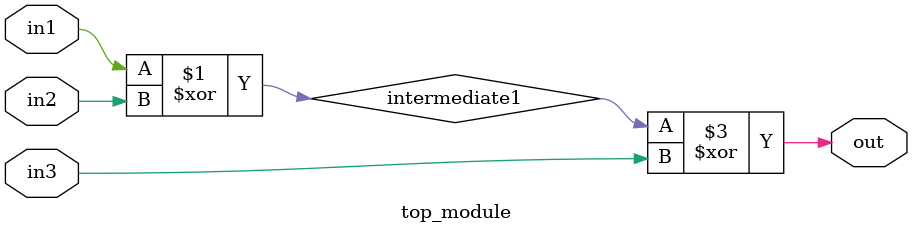
<source format=sv>
module top_module (
    input in1,
    input in2,
    input in3,
    output logic out
);

    // Create intermediate signals for calculations
    logic intermediate1;
    
    // Perform XOR operation on in1 and in2
    assign intermediate1 = in1 ^ in2;
    
    // Perform bitwise NOT operation on intermediate1
    assign intermediate1 = ~ intermediate1;
    
    // Perform XOR operation of intermediate1 and in3 to get the final output
    assign out = intermediate1 ^ in3;

endmodule

</source>
